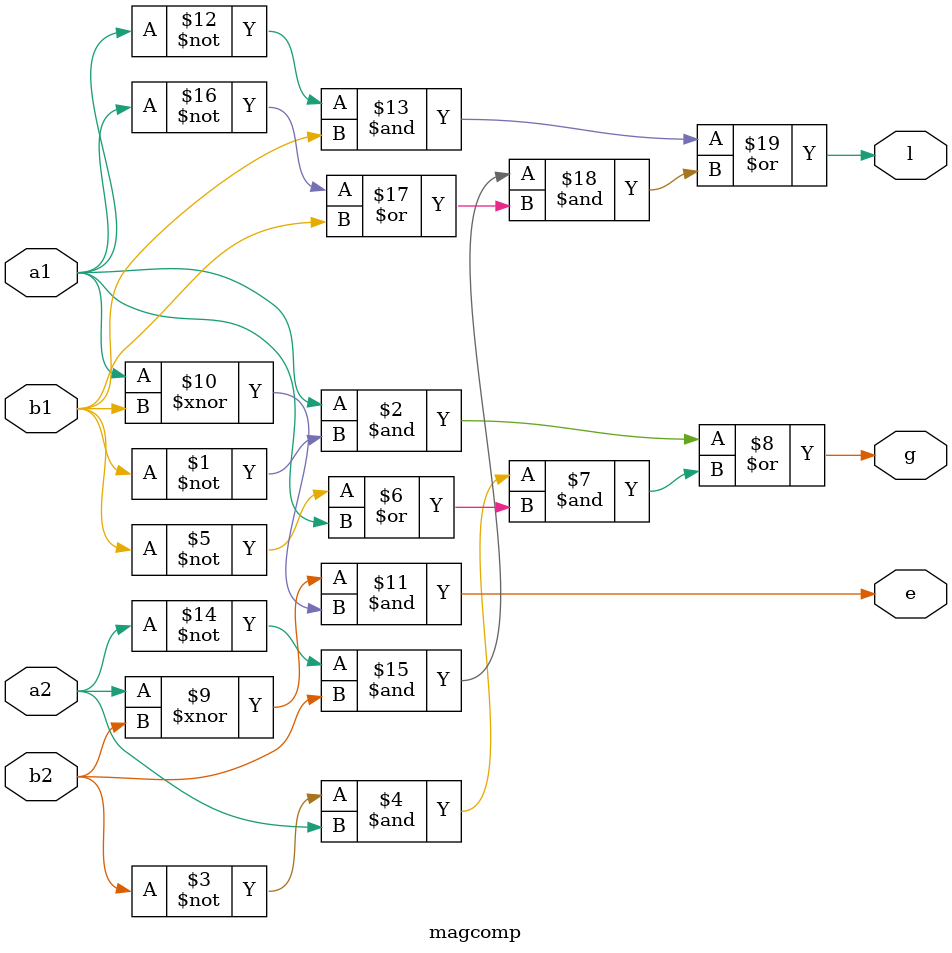
<source format=v>
module magcomp(g,l,e,a1,a2,b1,b2);
output g,l,e;
input a1,a2,b1,b2;
assign g=(a1&~b1)|((~b2 & a2)&(~b1 | a1));
assign e=(a2 ~^ b2)&(a1 ~^ b1);
assign l=(~a1 & b1)|((~a2 & b2)&(~a1 | b1));
endmodule


</source>
